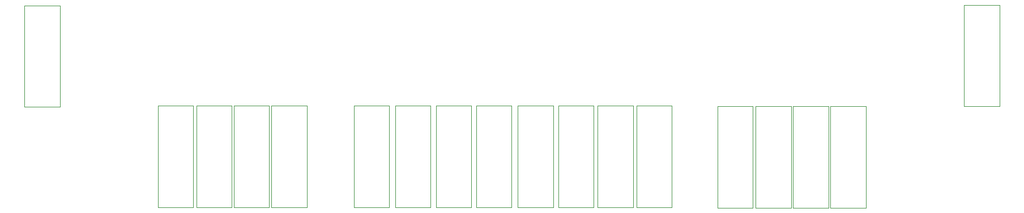
<source format=gbr>
G04 #@! TF.GenerationSoftware,KiCad,Pcbnew,(5.1.10)-1*
G04 #@! TF.CreationDate,2021-11-04T00:22:02-04:00*
G04 #@! TF.ProjectId,BBB_16,4242425f-3136-42e6-9b69-6361645f7063,v2.1*
G04 #@! TF.SameCoordinates,Original*
G04 #@! TF.FileFunction,Other,ECO1*
%FSLAX46Y46*%
G04 Gerber Fmt 4.6, Leading zero omitted, Abs format (unit mm)*
G04 Created by KiCad (PCBNEW (5.1.10)-1) date 2021-11-04 00:22:02*
%MOMM*%
%LPD*%
G01*
G04 APERTURE LIST*
%ADD10C,0.050000*%
G04 APERTURE END LIST*
D10*
X217376000Y-136831800D02*
X212076000Y-136831800D01*
X217376000Y-121631800D02*
X217376000Y-136831800D01*
X212076000Y-121631800D02*
X217376000Y-121631800D01*
X212076000Y-136831800D02*
X212076000Y-121631800D01*
X126162600Y-151948600D02*
X120862600Y-151948600D01*
X126162600Y-136748600D02*
X126162600Y-151948600D01*
X120862600Y-136748600D02*
X126162600Y-136748600D01*
X120862600Y-151948600D02*
X120862600Y-136748600D01*
X108217600Y-151953600D02*
X102917600Y-151953600D01*
X108217600Y-136753600D02*
X108217600Y-151953600D01*
X102917600Y-136753600D02*
X108217600Y-136753600D01*
X102917600Y-151953600D02*
X102917600Y-136753600D01*
X197379100Y-152013600D02*
X192079100Y-152013600D01*
X197379100Y-136813600D02*
X197379100Y-152013600D01*
X192079100Y-136813600D02*
X197379100Y-136813600D01*
X192079100Y-152013600D02*
X192079100Y-136813600D01*
X191791100Y-152013600D02*
X186491100Y-152013600D01*
X191791100Y-136813600D02*
X191791100Y-152013600D01*
X186491100Y-136813600D02*
X191791100Y-136813600D01*
X186491100Y-152013600D02*
X186491100Y-136813600D01*
X186203100Y-152013600D02*
X180903100Y-152013600D01*
X186203100Y-136813600D02*
X186203100Y-152013600D01*
X180903100Y-136813600D02*
X186203100Y-136813600D01*
X180903100Y-152013600D02*
X180903100Y-136813600D01*
X180497600Y-152013600D02*
X175197600Y-152013600D01*
X180497600Y-136813600D02*
X180497600Y-152013600D01*
X175197600Y-136813600D02*
X180497600Y-136813600D01*
X175197600Y-152013600D02*
X175197600Y-136813600D01*
X168411100Y-151948600D02*
X163111100Y-151948600D01*
X168411100Y-136748600D02*
X168411100Y-151948600D01*
X163111100Y-136748600D02*
X168411100Y-136748600D01*
X163111100Y-151948600D02*
X163111100Y-136748600D01*
X162592600Y-151948600D02*
X157292600Y-151948600D01*
X162592600Y-136748600D02*
X162592600Y-151948600D01*
X157292600Y-136748600D02*
X162592600Y-136748600D01*
X157292600Y-151948600D02*
X157292600Y-136748600D01*
X156712600Y-151948600D02*
X151412600Y-151948600D01*
X156712600Y-136748600D02*
X156712600Y-151948600D01*
X151412600Y-136748600D02*
X156712600Y-136748600D01*
X151412600Y-151948600D02*
X151412600Y-136748600D01*
X150652600Y-151948600D02*
X145352600Y-151948600D01*
X150652600Y-136748600D02*
X150652600Y-151948600D01*
X145352600Y-136748600D02*
X150652600Y-136748600D01*
X145352600Y-151948600D02*
X145352600Y-136748600D01*
X144443100Y-151948600D02*
X139143100Y-151948600D01*
X144443100Y-136748600D02*
X144443100Y-151948600D01*
X139143100Y-136748600D02*
X144443100Y-136748600D01*
X139143100Y-151948600D02*
X139143100Y-136748600D01*
X138442600Y-151948600D02*
X133142600Y-151948600D01*
X138442600Y-136748600D02*
X138442600Y-151948600D01*
X133142600Y-136748600D02*
X138442600Y-136748600D01*
X133142600Y-151948600D02*
X133142600Y-136748600D01*
X132322600Y-151948600D02*
X127022600Y-151948600D01*
X132322600Y-136748600D02*
X132322600Y-151948600D01*
X127022600Y-136748600D02*
X132322600Y-136748600D01*
X127022600Y-151948600D02*
X127022600Y-136748600D01*
X113817600Y-151953600D02*
X108517600Y-151953600D01*
X113817600Y-136753600D02*
X113817600Y-151953600D01*
X108517600Y-136753600D02*
X113817600Y-136753600D01*
X108517600Y-151953600D02*
X108517600Y-136753600D01*
X102617600Y-151953600D02*
X97317600Y-151953600D01*
X102617600Y-136753600D02*
X102617600Y-151953600D01*
X97317600Y-136753600D02*
X102617600Y-136753600D01*
X97317600Y-151953600D02*
X97317600Y-136753600D01*
X96872600Y-151938600D02*
X91572600Y-151938600D01*
X96872600Y-136738600D02*
X96872600Y-151938600D01*
X91572600Y-136738600D02*
X96872600Y-136738600D01*
X91572600Y-151938600D02*
X91572600Y-136738600D01*
X76932600Y-136888600D02*
X71632600Y-136888600D01*
X76932600Y-121688600D02*
X76932600Y-136888600D01*
X71632600Y-121688600D02*
X76932600Y-121688600D01*
X71632600Y-136888600D02*
X71632600Y-121688600D01*
M02*

</source>
